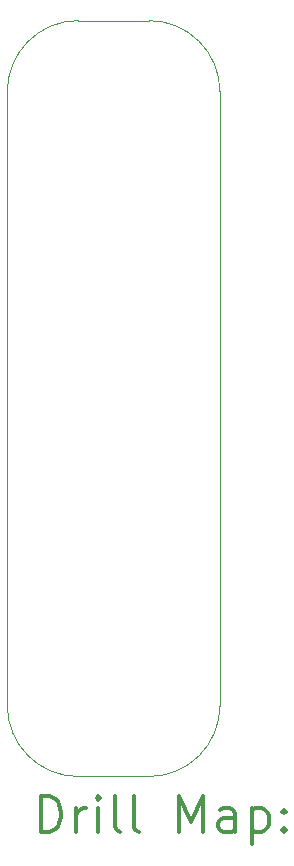
<source format=gbr>
%FSLAX45Y45*%
G04 Gerber Fmt 4.5, Leading zero omitted, Abs format (unit mm)*
G04 Created by KiCad (PCBNEW 5.1.9+dfsg1-1) date 2022-11-10 16:03:54*
%MOMM*%
%LPD*%
G01*
G04 APERTURE LIST*
%TA.AperFunction,Profile*%
%ADD10C,0.050000*%
%TD*%
%ADD11C,0.200000*%
%ADD12C,0.300000*%
G04 APERTURE END LIST*
D10*
X15800000Y-5550000D02*
G75*
G02*
X16400000Y-6150000I0J-600000D01*
G01*
X16400000Y-11350000D02*
G75*
G02*
X15800000Y-11950000I-600000J0D01*
G01*
X15200000Y-11950000D02*
G75*
G02*
X14600000Y-11350000I0J600000D01*
G01*
X14600000Y-6150000D02*
G75*
G02*
X15200000Y-5550000I600000J0D01*
G01*
X14600000Y-11350000D02*
X14600000Y-6150000D01*
X15800000Y-11950000D02*
X15200000Y-11950000D01*
X16400000Y-6150000D02*
X16400000Y-11350000D01*
X15200000Y-5550000D02*
X15800000Y-5550000D01*
D11*
D12*
X14883928Y-12418214D02*
X14883928Y-12118214D01*
X14955357Y-12118214D01*
X14998214Y-12132500D01*
X15026786Y-12161071D01*
X15041071Y-12189643D01*
X15055357Y-12246786D01*
X15055357Y-12289643D01*
X15041071Y-12346786D01*
X15026786Y-12375357D01*
X14998214Y-12403929D01*
X14955357Y-12418214D01*
X14883928Y-12418214D01*
X15183928Y-12418214D02*
X15183928Y-12218214D01*
X15183928Y-12275357D02*
X15198214Y-12246786D01*
X15212500Y-12232500D01*
X15241071Y-12218214D01*
X15269643Y-12218214D01*
X15369643Y-12418214D02*
X15369643Y-12218214D01*
X15369643Y-12118214D02*
X15355357Y-12132500D01*
X15369643Y-12146786D01*
X15383928Y-12132500D01*
X15369643Y-12118214D01*
X15369643Y-12146786D01*
X15555357Y-12418214D02*
X15526786Y-12403929D01*
X15512500Y-12375357D01*
X15512500Y-12118214D01*
X15712500Y-12418214D02*
X15683928Y-12403929D01*
X15669643Y-12375357D01*
X15669643Y-12118214D01*
X16055357Y-12418214D02*
X16055357Y-12118214D01*
X16155357Y-12332500D01*
X16255357Y-12118214D01*
X16255357Y-12418214D01*
X16526786Y-12418214D02*
X16526786Y-12261071D01*
X16512500Y-12232500D01*
X16483928Y-12218214D01*
X16426786Y-12218214D01*
X16398214Y-12232500D01*
X16526786Y-12403929D02*
X16498214Y-12418214D01*
X16426786Y-12418214D01*
X16398214Y-12403929D01*
X16383928Y-12375357D01*
X16383928Y-12346786D01*
X16398214Y-12318214D01*
X16426786Y-12303929D01*
X16498214Y-12303929D01*
X16526786Y-12289643D01*
X16669643Y-12218214D02*
X16669643Y-12518214D01*
X16669643Y-12232500D02*
X16698214Y-12218214D01*
X16755357Y-12218214D01*
X16783928Y-12232500D01*
X16798214Y-12246786D01*
X16812500Y-12275357D01*
X16812500Y-12361071D01*
X16798214Y-12389643D01*
X16783928Y-12403929D01*
X16755357Y-12418214D01*
X16698214Y-12418214D01*
X16669643Y-12403929D01*
X16941071Y-12389643D02*
X16955357Y-12403929D01*
X16941071Y-12418214D01*
X16926786Y-12403929D01*
X16941071Y-12389643D01*
X16941071Y-12418214D01*
X16941071Y-12232500D02*
X16955357Y-12246786D01*
X16941071Y-12261071D01*
X16926786Y-12246786D01*
X16941071Y-12232500D01*
X16941071Y-12261071D01*
M02*

</source>
